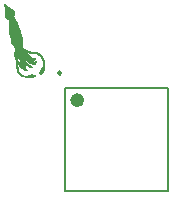
<source format=gbo>
%FSLAX25Y25*%
%MOIN*%
G70*
G01*
G75*
G04 Layer_Color=32896*
%ADD10P,0.05568X4X345.0*%
%ADD11R,0.03937X0.03937*%
%ADD12R,0.02362X0.04528*%
%ADD13P,0.05568X4X285.0*%
%ADD14R,0.04724X0.07677*%
%ADD15R,0.03740X0.03937*%
G04:AMPARAMS|DCode=16|XSize=74.8mil|YSize=74.8mil|CornerRadius=18.7mil|HoleSize=0mil|Usage=FLASHONLY|Rotation=270.000|XOffset=0mil|YOffset=0mil|HoleType=Round|Shape=RoundedRectangle|*
%AMROUNDEDRECTD16*
21,1,0.07480,0.03740,0,0,270.0*
21,1,0.03740,0.07480,0,0,270.0*
1,1,0.03740,-0.01870,-0.01870*
1,1,0.03740,-0.01870,0.01870*
1,1,0.03740,0.01870,0.01870*
1,1,0.03740,0.01870,-0.01870*
%
%ADD16ROUNDEDRECTD16*%
G04:AMPARAMS|DCode=17|XSize=15.75mil|YSize=53.15mil|CornerRadius=3.94mil|HoleSize=0mil|Usage=FLASHONLY|Rotation=270.000|XOffset=0mil|YOffset=0mil|HoleType=Round|Shape=RoundedRectangle|*
%AMROUNDEDRECTD17*
21,1,0.01575,0.04528,0,0,270.0*
21,1,0.00787,0.05315,0,0,270.0*
1,1,0.00787,-0.02264,-0.00394*
1,1,0.00787,-0.02264,0.00394*
1,1,0.00787,0.02264,0.00394*
1,1,0.00787,0.02264,-0.00394*
%
%ADD17ROUNDEDRECTD17*%
G04:AMPARAMS|DCode=18|XSize=70.87mil|YSize=74.8mil|CornerRadius=17.72mil|HoleSize=0mil|Usage=FLASHONLY|Rotation=270.000|XOffset=0mil|YOffset=0mil|HoleType=Round|Shape=RoundedRectangle|*
%AMROUNDEDRECTD18*
21,1,0.07087,0.03937,0,0,270.0*
21,1,0.03543,0.07480,0,0,270.0*
1,1,0.03543,-0.01969,-0.01772*
1,1,0.03543,-0.01969,0.01772*
1,1,0.03543,0.01969,0.01772*
1,1,0.03543,0.01969,-0.01772*
%
%ADD18ROUNDEDRECTD18*%
G04:AMPARAMS|DCode=19|XSize=82.68mil|YSize=62.99mil|CornerRadius=15.75mil|HoleSize=0mil|Usage=FLASHONLY|Rotation=270.000|XOffset=0mil|YOffset=0mil|HoleType=Round|Shape=RoundedRectangle|*
%AMROUNDEDRECTD19*
21,1,0.08268,0.03150,0,0,270.0*
21,1,0.05118,0.06299,0,0,270.0*
1,1,0.03150,-0.01575,-0.02559*
1,1,0.03150,-0.01575,0.02559*
1,1,0.03150,0.01575,0.02559*
1,1,0.03150,0.01575,-0.02559*
%
%ADD19ROUNDEDRECTD19*%
%ADD20R,0.03937X0.03937*%
G04:AMPARAMS|DCode=21|XSize=83mil|YSize=55mil|CornerRadius=13.75mil|HoleSize=0mil|Usage=FLASHONLY|Rotation=180.000|XOffset=0mil|YOffset=0mil|HoleType=Round|Shape=RoundedRectangle|*
%AMROUNDEDRECTD21*
21,1,0.08300,0.02750,0,0,180.0*
21,1,0.05550,0.05500,0,0,180.0*
1,1,0.02750,-0.02775,0.01375*
1,1,0.02750,0.02775,0.01375*
1,1,0.02750,0.02775,-0.01375*
1,1,0.02750,-0.02775,-0.01375*
%
%ADD21ROUNDEDRECTD21*%
%ADD22R,0.04331X0.02559*%
%ADD23R,0.02559X0.04331*%
%ADD24C,0.02000*%
%ADD25C,0.01500*%
%ADD26C,0.01000*%
%ADD27C,0.06299*%
%ADD28R,0.05906X0.05906*%
%ADD29C,0.05906*%
%ADD30C,0.05000*%
G04:AMPARAMS|DCode=31|XSize=78.74mil|YSize=39.37mil|CornerRadius=7.87mil|HoleSize=0mil|Usage=FLASHONLY|Rotation=0.000|XOffset=0mil|YOffset=0mil|HoleType=Round|Shape=RoundedRectangle|*
%AMROUNDEDRECTD31*
21,1,0.07874,0.02362,0,0,0.0*
21,1,0.06299,0.03937,0,0,0.0*
1,1,0.01575,0.03150,-0.01181*
1,1,0.01575,-0.03150,-0.01181*
1,1,0.01575,-0.03150,0.01181*
1,1,0.01575,0.03150,0.01181*
%
%ADD31ROUNDEDRECTD31*%
G04:AMPARAMS|DCode=32|XSize=39.37mil|YSize=78.74mil|CornerRadius=7.87mil|HoleSize=0mil|Usage=FLASHONLY|Rotation=0.000|XOffset=0mil|YOffset=0mil|HoleType=Round|Shape=RoundedRectangle|*
%AMROUNDEDRECTD32*
21,1,0.03937,0.06299,0,0,0.0*
21,1,0.02362,0.07874,0,0,0.0*
1,1,0.01575,0.01181,-0.03150*
1,1,0.01575,-0.01181,-0.03150*
1,1,0.01575,-0.01181,0.03150*
1,1,0.01575,0.01181,0.03150*
%
%ADD32ROUNDEDRECTD32*%
%ADD33O,0.02165X0.06890*%
%ADD34O,0.06890X0.02165*%
%ADD35R,0.07874X0.08268*%
%ADD36R,0.10236X0.10630*%
%ADD37R,0.10630X0.08268*%
%ADD38R,0.08661X0.08268*%
%ADD39R,0.13780X0.03937*%
%ADD40R,0.13386X0.05906*%
%ADD41R,0.03937X0.03740*%
%ADD42C,0.00984*%
%ADD43C,0.00394*%
%ADD44C,0.00787*%
%ADD45C,0.00100*%
%ADD46P,0.06699X4X345.0*%
%ADD47R,0.04737X0.04737*%
%ADD48R,0.03162X0.05328*%
%ADD49P,0.06699X4X285.0*%
%ADD50R,0.05524X0.08477*%
%ADD51R,0.04540X0.04737*%
G04:AMPARAMS|DCode=52|XSize=82.8mil|YSize=82.8mil|CornerRadius=22.7mil|HoleSize=0mil|Usage=FLASHONLY|Rotation=270.000|XOffset=0mil|YOffset=0mil|HoleType=Round|Shape=RoundedRectangle|*
%AMROUNDEDRECTD52*
21,1,0.08280,0.03740,0,0,270.0*
21,1,0.03740,0.08280,0,0,270.0*
1,1,0.04540,-0.01870,-0.01870*
1,1,0.04540,-0.01870,0.01870*
1,1,0.04540,0.01870,0.01870*
1,1,0.04540,0.01870,-0.01870*
%
%ADD52ROUNDEDRECTD52*%
G04:AMPARAMS|DCode=53|XSize=23.75mil|YSize=61.15mil|CornerRadius=7.94mil|HoleSize=0mil|Usage=FLASHONLY|Rotation=270.000|XOffset=0mil|YOffset=0mil|HoleType=Round|Shape=RoundedRectangle|*
%AMROUNDEDRECTD53*
21,1,0.02375,0.04528,0,0,270.0*
21,1,0.00787,0.06115,0,0,270.0*
1,1,0.01587,-0.02264,-0.00394*
1,1,0.01587,-0.02264,0.00394*
1,1,0.01587,0.02264,0.00394*
1,1,0.01587,0.02264,-0.00394*
%
%ADD53ROUNDEDRECTD53*%
G04:AMPARAMS|DCode=54|XSize=78.87mil|YSize=82.8mil|CornerRadius=21.72mil|HoleSize=0mil|Usage=FLASHONLY|Rotation=270.000|XOffset=0mil|YOffset=0mil|HoleType=Round|Shape=RoundedRectangle|*
%AMROUNDEDRECTD54*
21,1,0.07887,0.03937,0,0,270.0*
21,1,0.03543,0.08280,0,0,270.0*
1,1,0.04343,-0.01969,-0.01772*
1,1,0.04343,-0.01969,0.01772*
1,1,0.04343,0.01969,0.01772*
1,1,0.04343,0.01969,-0.01772*
%
%ADD54ROUNDEDRECTD54*%
G04:AMPARAMS|DCode=55|XSize=90.68mil|YSize=70.99mil|CornerRadius=19.75mil|HoleSize=0mil|Usage=FLASHONLY|Rotation=270.000|XOffset=0mil|YOffset=0mil|HoleType=Round|Shape=RoundedRectangle|*
%AMROUNDEDRECTD55*
21,1,0.09068,0.03150,0,0,270.0*
21,1,0.05118,0.07099,0,0,270.0*
1,1,0.03950,-0.01575,-0.02559*
1,1,0.03950,-0.01575,0.02559*
1,1,0.03950,0.01575,0.02559*
1,1,0.03950,0.01575,-0.02559*
%
%ADD55ROUNDEDRECTD55*%
%ADD56R,0.04737X0.04737*%
G04:AMPARAMS|DCode=57|XSize=91mil|YSize=63mil|CornerRadius=17.75mil|HoleSize=0mil|Usage=FLASHONLY|Rotation=180.000|XOffset=0mil|YOffset=0mil|HoleType=Round|Shape=RoundedRectangle|*
%AMROUNDEDRECTD57*
21,1,0.09100,0.02750,0,0,180.0*
21,1,0.05550,0.06300,0,0,180.0*
1,1,0.03550,-0.02775,0.01375*
1,1,0.03550,0.02775,0.01375*
1,1,0.03550,0.02775,-0.01375*
1,1,0.03550,-0.02775,-0.01375*
%
%ADD57ROUNDEDRECTD57*%
%ADD58R,0.05131X0.03359*%
%ADD59R,0.03359X0.05131*%
%ADD60C,0.07099*%
%ADD61R,0.06706X0.06706*%
%ADD62C,0.06706*%
%ADD63C,0.05800*%
G04:AMPARAMS|DCode=64|XSize=86.74mil|YSize=47.37mil|CornerRadius=11.87mil|HoleSize=0mil|Usage=FLASHONLY|Rotation=0.000|XOffset=0mil|YOffset=0mil|HoleType=Round|Shape=RoundedRectangle|*
%AMROUNDEDRECTD64*
21,1,0.08674,0.02362,0,0,0.0*
21,1,0.06299,0.04737,0,0,0.0*
1,1,0.02375,0.03150,-0.01181*
1,1,0.02375,-0.03150,-0.01181*
1,1,0.02375,-0.03150,0.01181*
1,1,0.02375,0.03150,0.01181*
%
%ADD64ROUNDEDRECTD64*%
G04:AMPARAMS|DCode=65|XSize=47.37mil|YSize=86.74mil|CornerRadius=11.87mil|HoleSize=0mil|Usage=FLASHONLY|Rotation=0.000|XOffset=0mil|YOffset=0mil|HoleType=Round|Shape=RoundedRectangle|*
%AMROUNDEDRECTD65*
21,1,0.04737,0.06299,0,0,0.0*
21,1,0.02362,0.08674,0,0,0.0*
1,1,0.02375,0.01181,-0.03150*
1,1,0.02375,-0.01181,-0.03150*
1,1,0.02375,-0.01181,0.03150*
1,1,0.02375,0.01181,0.03150*
%
%ADD65ROUNDEDRECTD65*%
%ADD66O,0.02965X0.07690*%
%ADD67O,0.07690X0.02965*%
%ADD68R,0.08674X0.09068*%
%ADD69R,0.11036X0.11430*%
%ADD70R,0.11430X0.09068*%
%ADD71R,0.09461X0.09068*%
%ADD72R,0.14579X0.04737*%
%ADD73R,0.14186X0.06706*%
%ADD74R,0.04737X0.04540*%
%ADD75C,0.02362*%
D42*
X419996Y325744D02*
G03*
X419996Y325744I-492J0D01*
G01*
D44*
X421374Y320626D02*
X455626D01*
X421374Y286374D02*
X455626D01*
X421374D02*
Y320626D01*
X455626Y286374D02*
Y320626D01*
D45*
X408898Y324300D02*
X409398D01*
X408498Y324400D02*
X409798D01*
X407898Y324500D02*
X410098D01*
X410298D02*
X410698D01*
X407298Y324600D02*
X410998D01*
X406998Y324700D02*
X411098D01*
X406698Y324800D02*
X411198D01*
X406498Y324900D02*
X411198D01*
X406398Y325000D02*
X407198D01*
X408798D02*
X411298D01*
X406198Y325100D02*
X406898D01*
X409198D02*
X411298D01*
X406098Y325200D02*
X406698D01*
X409398D02*
X410498D01*
X411098D02*
X411298D01*
X405998Y325300D02*
X406498D01*
X409798D02*
X410198D01*
X412998D02*
X413198D01*
X405898Y325400D02*
X406398D01*
X412898D02*
X413198D01*
X405798Y325500D02*
X406298D01*
X412798D02*
X413198D01*
X405698Y325600D02*
X406198D01*
X412798D02*
X413298D01*
X405598Y325700D02*
X406098D01*
X412698D02*
X413298D01*
X405598Y325800D02*
X405998D01*
X412698D02*
X413398D01*
X405498Y325900D02*
X405998D01*
X412698D02*
X413498D01*
X405398Y326000D02*
X405898D01*
X412698D02*
X413698D01*
X405398Y326100D02*
X405798D01*
X412698D02*
X413698D01*
X405398Y326200D02*
X405798D01*
X412798D02*
X413798D01*
X405298Y326300D02*
X405698D01*
X412798D02*
X413898D01*
X405298Y326400D02*
X405698D01*
X412798D02*
X413898D01*
X405198Y326500D02*
X405698D01*
X412898D02*
X413998D01*
X405198Y326600D02*
X405598D01*
X412998D02*
X413998D01*
X405198Y326700D02*
X405598D01*
X408098D02*
X408298D01*
X412998D02*
X413998D01*
X405198Y326800D02*
X405598D01*
X407798D02*
X408598D01*
X413098D02*
X413998D01*
X405098Y326900D02*
X405598D01*
X407598D02*
X408598D01*
X413098D02*
X414098D01*
X405098Y327000D02*
X405498D01*
X407398D02*
X408398D01*
X413198D02*
X414098D01*
X405098Y327100D02*
X405498D01*
X407298D02*
X408198D01*
X413198D02*
X414098D01*
X405098Y327200D02*
X405498D01*
X407098D02*
X407998D01*
X413298D02*
X414098D01*
X405098Y327300D02*
X405498D01*
X406998D02*
X407798D01*
X413298D02*
X414198D01*
X405098Y327400D02*
X405498D01*
X406898D02*
X407698D01*
X413398D02*
X414198D01*
X404998Y327500D02*
X405498D01*
X406698D02*
X407798D01*
X413398D02*
X414198D01*
X404998Y327600D02*
X405498D01*
X406598D02*
X407798D01*
X409998D02*
X410298D01*
X413498D02*
X414198D01*
X404998Y327700D02*
X405398D01*
X406498D02*
X407798D01*
X409798D02*
X410198D01*
X413498D02*
X414198D01*
X404998Y327800D02*
X405398D01*
X406398D02*
X407798D01*
X409598D02*
X410198D01*
X413598D02*
X414298D01*
X404998Y327900D02*
X405398D01*
X406298D02*
X407098D01*
X407198D02*
X407798D01*
X409298D02*
X410098D01*
X413698D02*
X414298D01*
X404998Y328000D02*
X405398D01*
X406198D02*
X406998D01*
X407198D02*
X407798D01*
X409098D02*
X409998D01*
X413798D02*
X414298D01*
X404998Y328100D02*
X405398D01*
X406098D02*
X406898D01*
X407098D02*
X407798D01*
X408898D02*
X409898D01*
X413898D02*
X414298D01*
X404998Y328200D02*
X405398D01*
X405998D02*
X406798D01*
X407098D02*
X407798D01*
X408798D02*
X409798D01*
X413898D02*
X414298D01*
X404998Y328300D02*
X405398D01*
X405898D02*
X406698D01*
X406998D02*
X407798D01*
X408598D02*
X409498D01*
X413898D02*
X414398D01*
X404998Y328400D02*
X405398D01*
X405898D02*
X406598D01*
X406998D02*
X407798D01*
X408498D02*
X409398D01*
X413998D02*
X414398D01*
X404998Y328500D02*
X405398D01*
X405798D02*
X406498D01*
X406898D02*
X407798D01*
X408398D02*
X409198D01*
X413998D02*
X414398D01*
X404998Y328600D02*
X405398D01*
X405698D02*
X406398D01*
X406898D02*
X407798D01*
X408298D02*
X408998D01*
X413998D02*
X414398D01*
X404998Y328700D02*
X405398D01*
X405598D02*
X406298D01*
X406798D02*
X407798D01*
X408198D02*
X408798D01*
X413998D02*
X414398D01*
X404998Y328800D02*
X405398D01*
X405498D02*
X406298D01*
X406798D02*
X407698D01*
X408098D02*
X408698D01*
X410298D02*
X410998D01*
X413998D02*
X414398D01*
X404998Y328900D02*
X405398D01*
X405498D02*
X406198D01*
X406698D02*
X407698D01*
X407998D02*
X408598D01*
X410098D02*
X411198D01*
X413998D02*
X414398D01*
X404998Y329000D02*
X406098D01*
X406698D02*
X407698D01*
X407998D02*
X408498D01*
X409798D02*
X411298D01*
X413998D02*
X414398D01*
X404998Y329100D02*
X405998D01*
X406598D02*
X407698D01*
X407898D02*
X408398D01*
X409698D02*
X411398D01*
X413998D02*
X414398D01*
X404998Y329200D02*
X405898D01*
X406598D02*
X407698D01*
X407798D02*
X408298D01*
X409398D02*
X411398D01*
X413998D02*
X414298D01*
X404898Y329300D02*
X405798D01*
X406498D02*
X407598D01*
X407698D02*
X408198D01*
X409198D02*
X411498D01*
X413998D02*
X414298D01*
X404898Y329400D02*
X405698D01*
X406498D02*
X408198D01*
X409098D02*
X411498D01*
X413998D02*
X414298D01*
X404898Y329500D02*
X405598D01*
X406398D02*
X408098D01*
X408998D02*
X410698D01*
X410998D02*
X411598D01*
X413998D02*
X414298D01*
X404898Y329600D02*
X405598D01*
X406398D02*
X407998D01*
X408798D02*
X410498D01*
X411198D02*
X411598D01*
X413898D02*
X414198D01*
X404898Y329700D02*
X405498D01*
X406298D02*
X407998D01*
X408698D02*
X410298D01*
X411298D02*
X411598D01*
X413898D02*
X414198D01*
X404898Y329800D02*
X405498D01*
X406298D02*
X406898D01*
X406998D02*
X407998D01*
X408598D02*
X410098D01*
X411398D02*
X411598D01*
X413898D02*
X414198D01*
X404798Y329900D02*
X405398D01*
X406298D02*
X406898D01*
X406998D02*
X407898D01*
X408498D02*
X409898D01*
X411498D02*
X411598D01*
X413798D02*
X414198D01*
X404798Y330000D02*
X405398D01*
X406198D02*
X406798D01*
X406998D02*
X407898D01*
X408398D02*
X409798D01*
X413798D02*
X414098D01*
X404798Y330100D02*
X405298D01*
X406198D02*
X406798D01*
X406998D02*
X407798D01*
X408298D02*
X409598D01*
X410298D02*
X410598D01*
X413798D02*
X414098D01*
X404798Y330200D02*
X405198D01*
X406098D02*
X406698D01*
X407098D02*
X407698D01*
X408198D02*
X409398D01*
X409998D02*
X410998D01*
X413698D02*
X414098D01*
X404798Y330300D02*
X405198D01*
X406098D02*
X406698D01*
X407098D02*
X407698D01*
X408098D02*
X409198D01*
X409798D02*
X410998D01*
X413698D02*
X413998D01*
X404698Y330400D02*
X405198D01*
X405998D02*
X406598D01*
X406998D02*
X407598D01*
X407998D02*
X409098D01*
X409698D02*
X411098D01*
X413698D02*
X413998D01*
X404698Y330500D02*
X405098D01*
X405898D02*
X406598D01*
X406998D02*
X407698D01*
X407998D02*
X408998D01*
X409498D02*
X411098D01*
X413598D02*
X413898D01*
X404698Y330600D02*
X405098D01*
X405898D02*
X406498D01*
X406998D02*
X407698D01*
X407898D02*
X408898D01*
X409398D02*
X410598D01*
X410898D02*
X411098D01*
X413598D02*
X413898D01*
X404698Y330700D02*
X405098D01*
X405698D02*
X406498D01*
X406898D02*
X407698D01*
X407798D02*
X408898D01*
X409298D02*
X410398D01*
X410998D02*
X411198D01*
X413498D02*
X413798D01*
X404598Y330800D02*
X404998D01*
X405598D02*
X406498D01*
X406898D02*
X407698D01*
X407798D02*
X408798D01*
X409098D02*
X410198D01*
X413398D02*
X413798D01*
X404598Y330900D02*
X404998D01*
X405398D02*
X406398D01*
X406798D02*
X408698D01*
X408998D02*
X409998D01*
X413398D02*
X413698D01*
X404498Y331000D02*
X404998D01*
X405298D02*
X406398D01*
X406798D02*
X408598D01*
X408798D02*
X409898D01*
X413298D02*
X413698D01*
X404498Y331100D02*
X404998D01*
X405098D02*
X406398D01*
X406698D02*
X408598D01*
X408698D02*
X409698D01*
X413198D02*
X413598D01*
X404498Y331200D02*
X406298D01*
X406698D02*
X408498D01*
X408598D02*
X409598D01*
X413198D02*
X413498D01*
X404498Y331300D02*
X406298D01*
X406598D02*
X408398D01*
X408498D02*
X409498D01*
X413098D02*
X413498D01*
X404498Y331400D02*
X406298D01*
X406598D02*
X409398D01*
X412998D02*
X413398D01*
X404398Y331500D02*
X406298D01*
X406498D02*
X409298D01*
X412898D02*
X413298D01*
X404398Y331600D02*
X406298D01*
X406498D02*
X409198D01*
X412798D02*
X413198D01*
X404398Y331700D02*
X406198D01*
X406498D02*
X409098D01*
X412698D02*
X413198D01*
X404398Y331800D02*
X406198D01*
X406398D02*
X408998D01*
X412598D02*
X413098D01*
X404398Y331900D02*
X406198D01*
X406398D02*
X408898D01*
X412398D02*
X412998D01*
X404398Y332000D02*
X406198D01*
X406398D02*
X408798D01*
X412298D02*
X412898D01*
X404398Y332100D02*
X406198D01*
X406298D02*
X408698D01*
X412098D02*
X412698D01*
X404398Y332200D02*
X406198D01*
X406298D02*
X408598D01*
X411798D02*
X412598D01*
X404398Y332300D02*
X406198D01*
X406298D02*
X408498D01*
X411498D02*
X412498D01*
X404398Y332400D02*
X406098D01*
X406298D02*
X408398D01*
X409698D02*
X412298D01*
X404398Y332500D02*
X406098D01*
X406198D02*
X408298D01*
X409198D02*
X412098D01*
X404398Y332600D02*
X406098D01*
X406198D02*
X408198D01*
X408898D02*
X411898D01*
X404398Y332700D02*
X408098D01*
X408598D02*
X411498D01*
X404398Y332800D02*
X407998D01*
X408398D02*
X410998D01*
X404398Y332900D02*
X407898D01*
X408198D02*
X410298D01*
X404498Y333000D02*
X407798D01*
X407998D02*
X409598D01*
X404498Y333100D02*
X409098D01*
X404498Y333200D02*
X408798D01*
X404498Y333300D02*
X408598D01*
X404498Y333400D02*
X408298D01*
X404598Y333500D02*
X408098D01*
X404598Y333600D02*
X407998D01*
X404598Y333700D02*
X407798D01*
X404598Y333800D02*
X407598D01*
X404598Y333900D02*
X407398D01*
X404698Y334000D02*
X407298D01*
X404598Y334100D02*
X407198D01*
X404598Y334200D02*
X407098D01*
X404598Y334300D02*
X406998D01*
X404498Y334400D02*
X406998D01*
X404398Y334500D02*
X406998D01*
X404298Y334600D02*
X406898D01*
X404198Y334700D02*
X406898D01*
X404098Y334800D02*
X406898D01*
X404098Y334900D02*
X406898D01*
X403998Y335000D02*
X406898D01*
X403998Y335100D02*
X406898D01*
X403998Y335200D02*
X406898D01*
X403698Y335300D02*
X403898D01*
X403998D02*
X406898D01*
X403498Y335400D02*
X406898D01*
X403498Y335500D02*
X406898D01*
X403498Y335600D02*
X406998D01*
X403498Y335700D02*
X406898D01*
X403398Y335800D02*
X406898D01*
X403398Y335900D02*
X406898D01*
X403398Y336000D02*
X406898D01*
X403398Y336100D02*
X406898D01*
X403398Y336200D02*
X406798D01*
X403398Y336300D02*
X406798D01*
X403398Y336400D02*
X406698D01*
X403298Y336500D02*
X406698D01*
X403298Y336600D02*
X406898D01*
X403298Y336700D02*
X406998D01*
X403298Y336800D02*
X406998D01*
X403298Y336900D02*
X406998D01*
X403198Y337000D02*
X406998D01*
X403198Y337100D02*
X406998D01*
X403198Y337200D02*
X406998D01*
X403198Y337300D02*
X406998D01*
X403098Y337400D02*
X406898D01*
X403098Y337500D02*
X406898D01*
X403098Y337600D02*
X406898D01*
X402998Y337700D02*
X406798D01*
X402998Y337800D02*
X406798D01*
X402998Y337900D02*
X406798D01*
X402998Y338000D02*
X406698D01*
X402898Y338100D02*
X406698D01*
X402898Y338200D02*
X406698D01*
X402898Y338300D02*
X406598D01*
X402798Y338400D02*
X406598D01*
X402798Y338500D02*
X406598D01*
X402798Y338600D02*
X406498D01*
X402798Y338700D02*
X406498D01*
X402698Y338800D02*
X406498D01*
X402698Y338900D02*
X406398D01*
X402698Y339000D02*
X406398D01*
X402698Y339100D02*
X406398D01*
X402698Y339200D02*
X406298D01*
X402698Y339300D02*
X406298D01*
X402598Y339400D02*
X406298D01*
X402598Y339500D02*
X406198D01*
X402598Y339600D02*
X406198D01*
X402598Y339700D02*
X406198D01*
X402598Y339800D02*
X406098D01*
X402598Y339900D02*
X406098D01*
X402598Y340000D02*
X406098D01*
X402598Y340100D02*
X406098D01*
X402598Y340200D02*
X405998D01*
X402598Y340300D02*
X405998D01*
X402598Y340400D02*
X405998D01*
X402598Y340500D02*
X405898D01*
X402598Y340600D02*
X405898D01*
X402598Y340700D02*
X405898D01*
X402698Y340800D02*
X405798D01*
X402698Y340900D02*
X405798D01*
X402698Y341000D02*
X405698D01*
X402698Y341100D02*
X405698D01*
X402698Y341200D02*
X405698D01*
X402698Y341300D02*
X405598D01*
X402698Y341400D02*
X405598D01*
X402698Y341500D02*
X405498D01*
X402698Y341600D02*
X405498D01*
X402698Y341700D02*
X405398D01*
X402698Y341800D02*
X405398D01*
X402698Y341900D02*
X405398D01*
X402698Y342000D02*
X405298D01*
X402698Y342100D02*
X405298D01*
X402698Y342200D02*
X405198D01*
X402698Y342300D02*
X405198D01*
X402698Y342400D02*
X405098D01*
X402698Y342500D02*
X405098D01*
X402698Y342600D02*
X405098D01*
X402598Y342700D02*
X404998D01*
X402598Y342800D02*
X404998D01*
X402598Y342900D02*
X404898D01*
X402598Y343000D02*
X404898D01*
X402598Y343100D02*
X404798D01*
X402598Y343200D02*
X404798D01*
X402598Y343300D02*
X404698D01*
X402498Y343400D02*
X404698D01*
X402498Y343500D02*
X404598D01*
X402398Y343600D02*
X404498D01*
X402298Y343700D02*
X404498D01*
X402098Y343800D02*
X404398D01*
X401998Y343900D02*
X404398D01*
X401798Y344000D02*
X404298D01*
X401598Y344100D02*
X404198D01*
X401498Y344200D02*
X404198D01*
X401398Y344300D02*
X404098D01*
X401398Y344400D02*
X403998D01*
X401398Y344500D02*
X403998D01*
X401298Y344600D02*
X403998D01*
X401298Y344700D02*
X403998D01*
X401298Y344800D02*
X403998D01*
X401298Y344900D02*
X403998D01*
X401298Y345000D02*
X404098D01*
X401298Y345100D02*
X404098D01*
X401298Y345200D02*
X404098D01*
X401298Y345300D02*
X404198D01*
X401298Y345400D02*
X404198D01*
X401298Y345500D02*
X404198D01*
X401298Y345600D02*
X404198D01*
X401298Y345700D02*
X404198D01*
X401298Y345800D02*
X404198D01*
X401298Y345900D02*
X404198D01*
X401298Y346000D02*
X404198D01*
X401298Y346100D02*
X404098D01*
X401298Y346200D02*
X404098D01*
X401298Y346300D02*
X404098D01*
X401298Y346400D02*
X403998D01*
X401298Y346500D02*
X403898D01*
X401298Y346600D02*
X403898D01*
X401298Y346700D02*
X403798D01*
X401298Y346800D02*
X403698D01*
X401298Y346900D02*
X403598D01*
X401298Y347000D02*
X403498D01*
X401298Y347100D02*
X403398D01*
X401298Y347200D02*
X403198D01*
X401298Y347300D02*
X402998D01*
X401198Y347400D02*
X402898D01*
X401198Y347500D02*
X402698D01*
X401198Y347600D02*
X402498D01*
X401198Y347700D02*
X402398D01*
X401098Y347800D02*
X402298D01*
X401098Y347900D02*
X402098D01*
X401098Y348000D02*
X401998D01*
X400998Y348100D02*
X401898D01*
X400998Y348200D02*
X401798D01*
X400998Y348300D02*
X401698D01*
X400998Y348400D02*
X401598D01*
X400998Y348500D02*
X401498D01*
X400998Y348600D02*
X401298D01*
D75*
X426492Y316689D02*
G03*
X426492Y316689I-1181J0D01*
G01*
M02*

</source>
